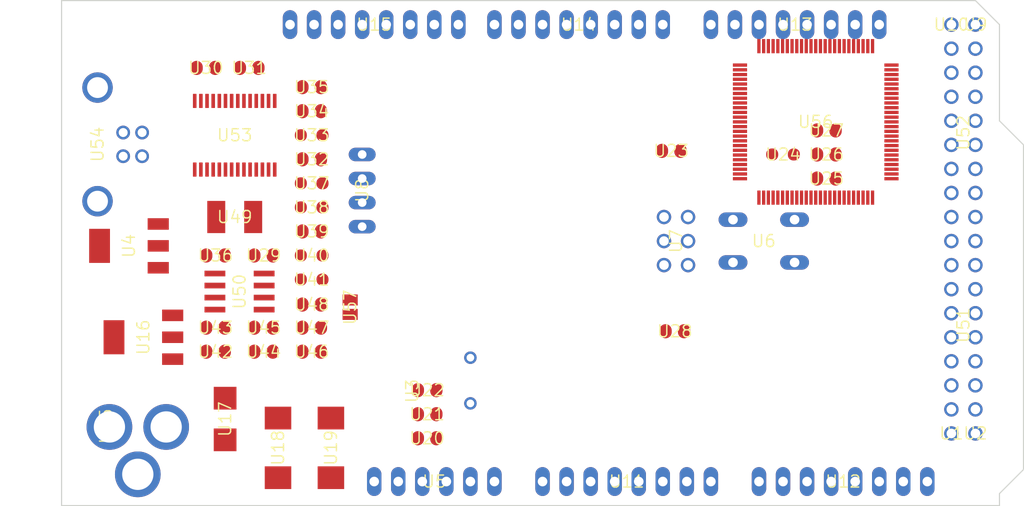
<source format=kicad_pcb>
(kicad_pcb (version 20221018) (generator pcbnew)
  (layers (0 "F.Cu" signal "Top") (31 "B.Cu" signal "Bottom") (34 "B.Paste" user) (35 "F.Paste" user) (36 "B.SilkS" user "B.Silkscreen") (37 "F.SilkS" user "F.Silkscreen") (38 "B.Mask" user) (39 "F.Mask" user) (44 "Edge.Cuts" user))
  (net 0 "")
  (net 1 "+5V")
  (net 2 "GND")
  (net 3 "N$6")
  (net 4 "N$7")
  (net 5 "AREF")
  (net 6 "RESET")
  (net 7 "VIN")
  (net 8 "N$3")
  (net 9 "PWRIN")
  (net 10 "M8RXD")
  (net 11 "M8TXD")
  (net 12 "ADC0")
  (net 13 "ADC2")
  (net 14 "ADC1")
  (net 15 "ADC3")
  (net 16 "ADC4")
  (net 17 "ADC5")
  (net 18 "ADC6")
  (net 19 "ADC7")
  (net 20 "+3V3")
  (net 21 "SDA")
  (net 22 "SCL")
  (net 23 "ADC9")
  (net 24 "ADC8")
  (net 25 "ADC10")
  (net 26 "ADC11")
  (net 27 "ADC12")
  (net 28 "ADC13")
  (net 29 "ADC14")
  (net 30 "ADC15")
  (net 31 "PB3")
  (net 32 "PB2")
  (net 33 "PB1")
  (net 34 "PB5")
  (net 35 "PB4")
  (net 36 "PE5")
  (net 37 "PE4")
  (net 38 "PE3")
  (net 39 "PE1")
  (net 40 "PE0")
  (net 41 "N$15")
  (net 42 "N$53")
  (net 43 "N$54")
  (net 44 "N$55")
  (net 45 "D-")
  (net 46 "D+")
  (net 47 "N$60")
  (net 48 "DTR")
  (net 49 "USBVCC")
  (net 50 "N$2")
  (net 51 "N$4")
  (net 52 "GATE_CMD")
  (net 53 "CMP")
  (net 54 "PB6")
  (net 55 "PH3")
  (net 56 "PH4")
  (net 57 "PH5")
  (net 58 "PH6")
  (net 59 "PG5")
  (net 60 "RXD1")
  (net 61 "TXD1")
  (net 62 "RXD2")
  (net 63 "RXD3")
  (net 64 "TXD2")
  (net 65 "TXD3")
  (net 66 "PC0")
  (net 67 "PC1")
  (net 68 "PC2")
  (net 69 "PC3")
  (net 70 "PC4")
  (net 71 "PC5")
  (net 72 "PC6")
  (net 73 "PC7")
  (net 74 "PB0")
  (net 75 "PG0")
  (net 76 "PG1")
  (net 77 "PG2")
  (net 78 "PD7")
  (net 79 "PA0")
  (net 80 "PA1")
  (net 81 "PA2")
  (net 82 "PA3")
  (net 83 "PA4")
  (net 84 "PA5")
  (net 85 "PA6")
  (net 86 "PA7")
  (net 87 "PL0")
  (net 88 "PL1")
  (net 89 "PL2")
  (net 90 "PL3")
  (net 91 "PL4")
  (net 92 "PL5")
  (net 93 "PL6")
  (net 94 "PL7")
  (net 95 "PB7")
  (net 96 "CTS")
  (net 97 "DSR")
  (net 98 "DCD")
  (net 99 "RI")
  (footprint "Arduino_MEGA_Reference_Design:2X03" (layer "F.Cu") (at 162.5981 103.7336 -90)
    (fp_text reference "U7")
    (fp_text value "")
  )
  (footprint "Arduino_MEGA_Reference_Design:1X08" (layer "F.Cu") (at 152.3111 80.8736 180)
    (fp_text reference "U14")
    (fp_text value "")
  )
  (footprint "Arduino_MEGA_Reference_Design:1X08" (layer "F.Cu") (at 130.7211 80.8736 180)
    (fp_text reference "U15")
    (fp_text value "")
  )
  (footprint "Arduino_MEGA_Reference_Design:SMC_D" (layer "F.Cu") (at 120.5611 125.5776 -90)
    (fp_text reference "U18")
    (fp_text value "")
  )
  (footprint "Arduino_MEGA_Reference_Design:SMC_D" (layer "F.Cu") (at 126.1491 125.5776 -90)
    (fp_text reference "U19")
    (fp_text value "")
  )
  (footprint "Arduino_MEGA_Reference_Design:B3F-10XX" (layer "F.Cu") (at 171.8691 103.7336 180)
    (fp_text reference "U6")
    (fp_text value "")
  )
  (footprint "Arduino_MEGA_Reference_Design:0805RND" (layer "F.Cu") (at 173.9011 94.5896 180)
    (fp_text reference "U24")
    (fp_text value "")
  )
  (footprint "Arduino_MEGA_Reference_Design:SMB" (layer "F.Cu") (at 114.9731 122.5296 -90)
    (fp_text reference "U17")
    (fp_text value "")
  )
  (footprint "Arduino_MEGA_Reference_Design:DC-21MM" (layer "F.Cu") (at 103.0351 123.2916 90)
    (fp_text reference "U55")
    (fp_text value "")
  )
  (footprint "Arduino_MEGA_Reference_Design:HC49_S" (layer "F.Cu") (at 140.8811 118.4656 90)
    (fp_text reference "U3")
    (fp_text value "")
  )
  (footprint "Arduino_MEGA_Reference_Design:SOT223" (layer "F.Cu") (at 106.3371 113.8936 90)
    (fp_text reference "U16")
    (fp_text value "")
  )
  (footprint "Arduino_MEGA_Reference_Design:1X06" (layer "F.Cu") (at 137.0711 129.1336)
    (fp_text reference "U5")
    (fp_text value "")
  )
  (footprint "Arduino_MEGA_Reference_Design:C0805RND" (layer "F.Cu") (at 124.1171 87.4776)
    (fp_text reference "U35")
    (fp_text value "")
  )
  (footprint "Arduino_MEGA_Reference_Design:C0805RND" (layer "F.Cu") (at 162.4711 113.2586)
    (fp_text reference "U28")
    (fp_text value "")
  )
  (footprint "Arduino_MEGA_Reference_Design:C0805RND" (layer "F.Cu") (at 136.3091 122.0216)
    (fp_text reference "U21")
    (fp_text value "")
  )
  (footprint "Arduino_MEGA_Reference_Design:C0805RND" (layer "F.Cu") (at 136.3091 119.4816)
    (fp_text reference "U22")
    (fp_text value "")
  )
  (footprint "Arduino_MEGA_Reference_Design:C0805RND" (layer "F.Cu") (at 113.9571 112.8776)
    (fp_text reference "U43")
    (fp_text value "")
  )
  (footprint "Arduino_MEGA_Reference_Design:RCL_0805RND" (layer "F.Cu") (at 124.1171 105.2576)
    (fp_text reference "U40")
    (fp_text value "")
  )
  (footprint "Arduino_MEGA_Reference_Design:RCL_0805RND" (layer "F.Cu") (at 124.1171 107.7976)
    (fp_text reference "U41")
    (fp_text value "")
  )
  (footprint "Arduino_MEGA_Reference_Design:1X08" (layer "F.Cu") (at 157.3911 129.1336)
    (fp_text reference "U11")
    (fp_text value "")
  )
  (footprint "Arduino_MEGA_Reference_Design:1X08" (layer "F.Cu") (at 175.1711 80.8736 180)
    (fp_text reference "U13")
    (fp_text value "")
  )
  (footprint "Arduino_MEGA_Reference_Design:R0805RND" (layer "F.Cu") (at 178.4731 94.5896 180)
    (fp_text reference "U26")
    (fp_text value "")
  )
  (footprint "Arduino_MEGA_Reference_Design:R0805RND" (layer "F.Cu") (at 178.4731 92.0496 180)
    (fp_text reference "U27")
    (fp_text value "")
  )
  (footprint "Arduino_MEGA_Reference_Design:TQFP100" (layer "F.Cu") (at 177.35366821289062 91.14759826660156 0)
    (fp_text reference "U56")
    (fp_text value "")
  )
  (footprint "Arduino_MEGA_Reference_Design:C0805RND" (layer "F.Cu") (at 162.0901 94.2086 180)
    (fp_text reference "U23")
    (fp_text value "")
  )
  (footprint "Arduino_MEGA_Reference_Design:C0805RND" (layer "F.Cu") (at 136.3091 124.5616)
    (fp_text reference "U20")
    (fp_text value "")
  )
  (footprint "Arduino_MEGA_Reference_Design:1X08" (layer "F.Cu") (at 180.2511 129.1336)
    (fp_text reference "U12")
    (fp_text value "")
  )
  (footprint "Arduino_MEGA_Reference_Design:R0805RND" (layer "F.Cu") (at 124.1171 112.8776)
    (fp_text reference "U47")
    (fp_text value "")
  )
  (footprint "Arduino_MEGA_Reference_Design:C0805RND" (layer "F.Cu") (at 124.1171 115.4176)
    (fp_text reference "U46")
    (fp_text value "")
  )
  (footprint "Arduino_MEGA_Reference_Design:C0805RND" (layer "F.Cu") (at 113.9571 105.2576)
    (fp_text reference "U36")
    (fp_text value "")
  )
  (footprint "Arduino_MEGA_Reference_Design:C0805RND" (layer "F.Cu") (at 112.9411 85.4456)
    (fp_text reference "U30")
    (fp_text value "")
  )
  (footprint "Arduino_MEGA_Reference_Design:0805RND" (layer "F.Cu") (at 124.1171 100.1776 180)
    (fp_text reference "U38")
    (fp_text value "")
  )
  (footprint "Arduino_MEGA_Reference_Design:0805RND" (layer "F.Cu") (at 124.1171 97.6376 180)
    (fp_text reference "U37")
    (fp_text value "")
  )
  (footprint "Arduino_MEGA_Reference_Design:R0805RND" (layer "F.Cu") (at 124.1171 95.0976)
    (fp_text reference "U32")
    (fp_text value "")
  )
  (footprint "Arduino_MEGA_Reference_Design:R0805RND" (layer "F.Cu") (at 124.1171 102.7176)
    (fp_text reference "U39")
    (fp_text value "")
  )
  (footprint "Arduino_MEGA_Reference_Design:SSOP28" (layer "F.Cu") (at 115.9891 92.5576)
    (fp_text reference "U53")
    (fp_text value "")
  )
  (footprint "Arduino_MEGA_Reference_Design:PN61729" (layer "F.Cu") (at 98.9584 93.5228 -90)
    (fp_text reference "U54")
    (fp_text value "")
  )
  (footprint "Arduino_MEGA_Reference_Design:L1812" (layer "F.Cu") (at 115.9891 101.1936)
    (fp_text reference "U49")
    (fp_text value "")
  )
  (footprint "Arduino_MEGA_Reference_Design:C0805RND" (layer "F.Cu") (at 117.5131 85.4456)
    (fp_text reference "U31")
    (fp_text value "")
  )
  (footprint "Arduino_MEGA_Reference_Design:0805RND" (layer "F.Cu") (at 124.1171 92.5576 180)
    (fp_text reference "U33")
    (fp_text value "")
  )
  (footprint "Arduino_MEGA_Reference_Design:R0805RND" (layer "F.Cu") (at 124.1171 90.0176 180)
    (fp_text reference "U34")
    (fp_text value "")
  )
  (footprint "Arduino_MEGA_Reference_Design:C0805RND" (layer "F.Cu") (at 124.1171 110.4392 180)
    (fp_text reference "U48")
    (fp_text value "")
  )
  (footprint "Arduino_MEGA_Reference_Design:SOT223" (layer "F.Cu") (at 104.8131 104.2416 90)
    (fp_text reference "U4")
    (fp_text value "")
  )
  (footprint "Arduino_MEGA_Reference_Design:SO08" (layer "F.Cu") (at 116.4971 109.0676 -90)
    (fp_text reference "U50")
    (fp_text value "")
  )
  (footprint "Arduino_MEGA_Reference_Design:R0805RND" (layer "F.Cu") (at 113.9571 115.4176 180)
    (fp_text reference "U42")
    (fp_text value "")
  )
  (footprint "Arduino_MEGA_Reference_Design:R0805RND" (layer "F.Cu") (at 119.0371 112.8776 180)
    (fp_text reference "U45")
    (fp_text value "")
  )
  (footprint "Arduino_MEGA_Reference_Design:C0805RND" (layer "F.Cu") (at 119.0371 115.4176 180)
    (fp_text reference "U44")
    (fp_text value "")
  )
  (footprint "Arduino_MEGA_Reference_Design:C0805RND" (layer "F.Cu") (at 119.0371 105.2576)
    (fp_text reference "U29")
    (fp_text value "")
  )
  (footprint "Arduino_MEGA_Reference_Design:2X08" (layer "F.Cu") (at 192.9511 92.3036 90)
    (fp_text reference "U52")
    (fp_text value "")
  )
  (footprint "Arduino_MEGA_Reference_Design:2X08" (layer "F.Cu") (at 192.9511 112.6236 90)
    (fp_text reference "U51")
    (fp_text value "")
  )
  (footprint "Arduino_MEGA_Reference_Design:R0805RND" (layer "F.Cu") (at 178.4731 97.1296 180)
    (fp_text reference "U25")
    (fp_text value "")
  )
  (footprint "Arduino_MEGA_Reference_Design:1X01" (layer "F.Cu") (at 191.6811 80.8736)
    (fp_text reference "U10")
    (fp_text value "")
  )
  (footprint "Arduino_MEGA_Reference_Design:1X01" (layer "F.Cu") (at 194.2211 80.8736)
    (fp_text reference "U9")
    (fp_text value "")
  )
  (footprint "Arduino_MEGA_Reference_Design:1X01" (layer "F.Cu") (at 191.6811 124.0536)
    (fp_text reference "U1")
    (fp_text value "")
  )
  (footprint "Arduino_MEGA_Reference_Design:1X01" (layer "F.Cu") (at 194.2211 124.0536)
    (fp_text reference "U2")
    (fp_text value "")
  )
  (footprint "Arduino_MEGA_Reference_Design:SJ" (layer "F.Cu") (at 128.1811 110.7186 -90)
    (fp_text reference "U57")
    (fp_text value "")
  )
  (footprint "Arduino_MEGA_Reference_Design:JP4" (layer "F.Cu") (at 129.4511 98.3996 -90)
    (fp_text reference "U8")
    (fp_text value "")
  )
  (gr_line (start 196.7611 80.8736) (end 196.7611 91.0336) (layer "Edge.Cuts") (width 0.12))
  (gr_line (start 196.7611 130.4036) (end 196.7611 131.6736) (layer "Edge.Cuts") (width 0.12))
  (gr_line (start 194.2211 78.3336) (end 196.7611 80.8736) (layer "Edge.Cuts") (width 0.12))
  (gr_line (start 97.7011 78.3336) (end 194.2211 78.3336) (layer "Edge.Cuts") (width 0.12))
  (gr_line (start 196.7611 91.0336) (end 199.3011 93.5736) (layer "Edge.Cuts") (width 0.12))
  (gr_line (start 97.7011 131.6736) (end 97.7011 78.3336) (layer "Edge.Cuts") (width 0.12))
  (gr_line (start 196.7611 131.6736) (end 97.7011 131.6736) (layer "Edge.Cuts") (width 0.12))
  (gr_line (start 199.3011 93.5736) (end 199.3011 127.8636) (layer "Edge.Cuts") (width 0.12))
  (gr_line (start 199.3011 127.8636) (end 196.7611 130.4036) (layer "Edge.Cuts") (width 0.12))
)
</source>
